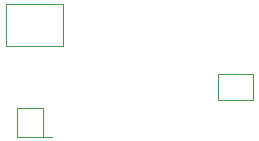
<source format=gbr>
G04 #@! TF.FileFunction,Other,User*
%FSLAX46Y46*%
G04 Gerber Fmt 4.6, Leading zero omitted, Abs format (unit mm)*
G04 Created by KiCad (PCBNEW 4.0.7-e2-6376~61~ubuntu18.04.1) date Fri Jul  6 14:55:34 2018*
%MOMM*%
%LPD*%
G01*
G04 APERTURE LIST*
%ADD10C,0.100000*%
%ADD11C,0.050000*%
G04 APERTURE END LIST*
D10*
D11*
X158500000Y-79900000D02*
X161500000Y-79900000D01*
X158500000Y-82100000D02*
X161500000Y-82100000D01*
X158500000Y-79900000D02*
X158500000Y-82100000D01*
X161500000Y-82100000D02*
X161500000Y-79900000D01*
X143750000Y-82750000D02*
X141500000Y-82750000D01*
X144500000Y-85250000D02*
X141500000Y-85250000D01*
X143750000Y-82750000D02*
X143750000Y-85250000D01*
X141500000Y-82750000D02*
X141500000Y-85250000D01*
X140620000Y-73950000D02*
X145380000Y-73950000D01*
X140620000Y-73950000D02*
X140620000Y-77550000D01*
X145380000Y-77550000D02*
X145380000Y-73950000D01*
X145380000Y-77550000D02*
X140620000Y-77550000D01*
M02*

</source>
